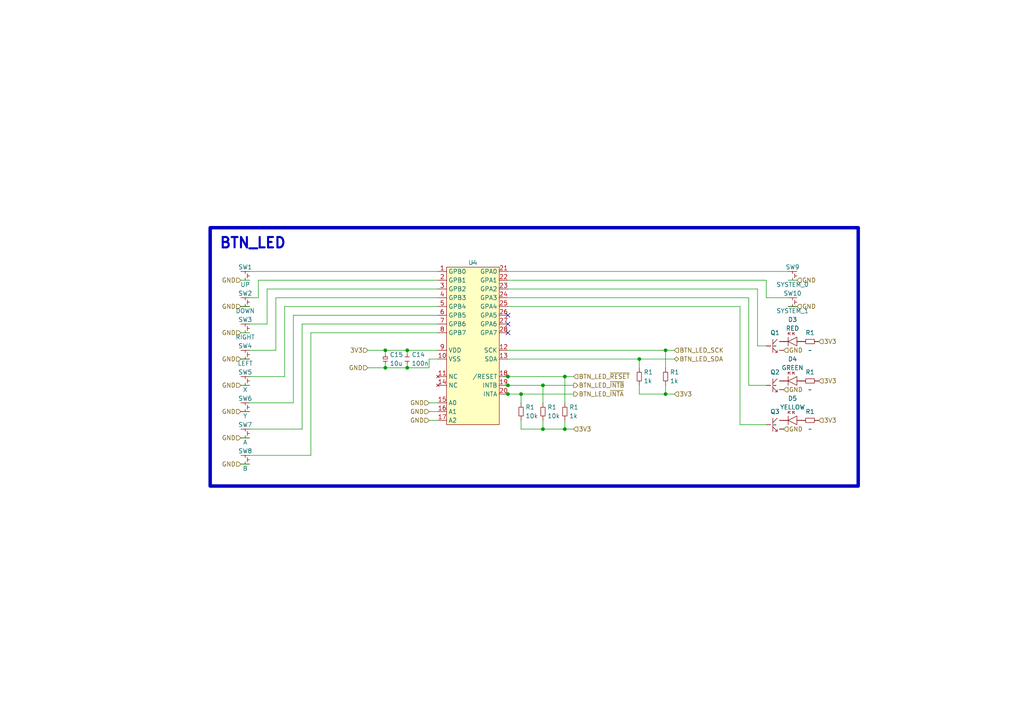
<source format=kicad_sch>
(kicad_sch (version 20230121) (generator eeschema)
  (paper "A4")
  (lib_symbols
    (symbol "a5d27_handheld_console:C_Ceramic_2012" (pin_numbers hide) (pin_names (offset 0) hide)
      (property "Reference" "C" (at 0 1.27 0))
      (symbol "C_Ceramic_2012_0_1"
        (polyline (pts (xy -0.635 0.635) (xy -0.635 -0.635)))
        (polyline (pts (xy 0.635 0.635) (xy 0.635 -0.635)))
      )
      (symbol "C_Ceramic_2012_1_1"
        (pin passive line (at -1.27 0 0) (length 0.635) (name "") (number "1"))
        (pin passive line (at 1.27 0 180) (length 0.635) (name "") (number "2"))
      )
    )
    (symbol "a5d27_handheld_console:C_Tantalum_3216" (pin_numbers hide) (pin_names (offset 0) hide)
      (property "Reference" "C" (at 0 1.905 0))
      (symbol "C_Tantalum_3216_0_1"
        (polyline (pts (xy 0.635 0.635) (xy 0.635 -0.635)))
        (polyline (pts (xy -0.635 0.635) (xy -0.635 -0.635) (xy 0 -0.635) (xy 0 0.635) (xy -0.635 0.635)))
      )
      (symbol "C_Tantalum_3216_1_1"
        (pin passive line (at -1.27 0 0) (length 0.635) (name "") (number "1"))
        (pin passive line (at 1.27 0 180) (length 0.635) (name "") (number "2"))
      )
    )
    (symbol "a5d27_handheld_console:LED_2012" (pin_numbers hide) (pin_names hide)
      (property "Reference" "D" (at 0 3.81 0))
      (symbol "LED_2012_0_1"
        (polyline (pts (xy 0 2.54) (xy -0.635 2.54)))
        (polyline (pts (xy 1.27 1.27) (xy 1.27 -1.27)))
        (polyline (pts (xy 1.27 2.54) (xy 0.635 2.54)))
        (polyline (pts (xy -0.635 1.905) (xy 0 2.54) (xy 0 1.905)))
        (polyline (pts (xy 0.635 1.905) (xy 1.27 2.54) (xy 1.27 1.905)))
        (polyline (pts (xy -1.27 1.27) (xy -1.27 -1.27) (xy 1.27 0) (xy -1.27 1.27)))
      )
      (symbol "LED_2012_1_1"
        (pin passive line (at -2.54 0 0) (length 1.27) (name "") (number "1"))
        (pin passive line (at 2.54 0 180) (length 1.27) (name "") (number "2"))
      )
    )
    (symbol "a5d27_handheld_console:MCP23017-E/SO"
      (property "Reference" "U" (at 0 24.13 0))
      (symbol "MCP23017-E/SO_1_1"
        (rectangle (start -7.62 22.86) (end 7.62 -22.86) (fill (type background)))
        (pin bidirectional line (at -10.16 21.59 0) (length 2.54) (name "GPB0") (number "1"))
        (pin power_in line (at -10.16 -3.81 0) (length 2.54) (name "VSS") (number "10"))
        (pin no_connect line (at -10.16 -8.89 0) (length 2.54) (name "NC") (number "11"))
        (pin input line (at 10.16 -1.27 180) (length 2.54) (name "SCK") (number "12"))
        (pin bidirectional line (at 10.16 -3.81 180) (length 2.54) (name "SDA") (number "13"))
        (pin no_connect line (at -10.16 -11.43 0) (length 2.54) (name "NC") (number "14"))
        (pin input line (at -10.16 -16.51 0) (length 2.54) (name "A0") (number "15"))
        (pin input line (at -10.16 -19.05 0) (length 2.54) (name "A1") (number "16"))
        (pin input line (at -10.16 -21.59 0) (length 2.54) (name "A2") (number "17"))
        (pin input line (at 10.16 -8.89 180) (length 2.54) (name "/RESET") (number "18"))
        (pin output line (at 10.16 -11.43 180) (length 2.54) (name "INTB") (number "19"))
        (pin bidirectional line (at -10.16 19.05 0) (length 2.54) (name "GPB1") (number "2"))
        (pin output line (at 10.16 -13.97 180) (length 2.54) (name "INTA") (number "20"))
        (pin bidirectional line (at 10.16 21.59 180) (length 2.54) (name "GPA0") (number "21"))
        (pin bidirectional line (at 10.16 19.05 180) (length 2.54) (name "GPA1") (number "22"))
        (pin bidirectional line (at 10.16 16.51 180) (length 2.54) (name "GPA2") (number "23"))
        (pin bidirectional line (at 10.16 13.97 180) (length 2.54) (name "GPA3") (number "24"))
        (pin bidirectional line (at 10.16 11.43 180) (length 2.54) (name "GPA4") (number "25"))
        (pin bidirectional line (at 10.16 8.89 180) (length 2.54) (name "GPA5") (number "26"))
        (pin bidirectional line (at 10.16 6.35 180) (length 2.54) (name "GPA6") (number "27"))
        (pin bidirectional line (at 10.16 3.81 180) (length 2.54) (name "GPA7") (number "28"))
        (pin bidirectional line (at -10.16 16.51 0) (length 2.54) (name "GPB2") (number "3"))
        (pin bidirectional line (at -10.16 13.97 0) (length 2.54) (name "GPB3") (number "4"))
        (pin bidirectional line (at -10.16 11.43 0) (length 2.54) (name "GPB4") (number "5"))
        (pin bidirectional line (at -10.16 8.89 0) (length 2.54) (name "GPB5") (number "6"))
        (pin bidirectional line (at -10.16 6.35 0) (length 2.54) (name "GPB6") (number "7"))
        (pin bidirectional line (at -10.16 3.81 0) (length 2.54) (name "GPB7") (number "8"))
        (pin power_in line (at -10.16 -1.27 0) (length 2.54) (name "VDD") (number "9"))
      )
    )
    (symbol "a5d27_handheld_console:MMBT3904" (pin_numbers hide) (pin_names hide)
      (property "Reference" "Q" (at 0 3.175 0))
      (symbol "MMBT3904_0_1"
        (polyline (pts (xy -0.635 1.905) (xy -0.635 -1.905)))
        (polyline (pts (xy 0.635 -1.905) (xy 0 -1.905)))
        (polyline (pts (xy 0.635 1.905) (xy -0.635 0.635)))
        (polyline (pts (xy -0.635 -0.635) (xy 0.635 -1.905) (xy 0.635 -1.27)))
      )
      (symbol "MMBT3904_1_1"
        (pin input line (at -2.54 0 0) (length 1.27) (name "B") (number "1"))
        (pin output line (at 2.54 -1.27 180) (length 1.27) (name "E") (number "2"))
        (pin input line (at 2.54 1.27 180) (length 1.27) (name "C") (number "3"))
      )
    )
    (symbol "a5d27_handheld_console:R_2012" (pin_numbers hide) (pin_names hide)
      (property "Reference" "R" (at 0 0.635 0))
      (symbol "R_2012_0_1"
        (polyline (pts (xy -1.27 -0.635) (xy -1.27 -1.905) (xy 1.27 -1.905) (xy 1.27 -0.635) (xy -1.27 -0.635)))
      )
      (symbol "R_2012_1_1"
        (pin passive line (at -2.54 -1.27 0) (length 1.27) (name "") (number "1"))
        (pin passive line (at 2.54 -1.27 180) (length 1.27) (name "") (number "2"))
      )
    )
    (symbol "a5d27_handheld_console:SWITCH" (pin_numbers hide) (pin_names (offset 0) hide)
      (property "Reference" "SW" (at 0 2.54 0))
      (symbol "SWITCH_0_1"
        (polyline (pts (xy 0 -0.635) (xy 0 -1.27)))
        (polyline (pts (xy 0 1.27) (xy 0 0.635)))
        (polyline (pts (xy 0.635 0.635) (xy 0.635 -0.635)))
        (polyline (pts (xy 1.27 0) (xy 0.635 0)))
      )
      (symbol "SWITCH_1_1"
        (pin passive line (at -1.27 1.27 0) (length 1.27) (name "") (number "1"))
        (pin passive line (at 1.27 1.27 180) (length 1.27) (name "") (number "2"))
        (pin passive line (at -1.27 -1.27 0) (length 1.27) (name "") (number "3"))
        (pin passive line (at 1.27 -1.27 180) (length 1.27) (name "") (number "4"))
      )
    )
  )
  (junction (at 147.32 109.22))
  (junction (at 163.83 124.46))
  (junction (at 185.42 104.14))
  (junction (at 151.13 114.3))
  (junction (at 193.04 114.3))
  (junction (at 147.32 111.76))
  (junction (at 163.83 109.22))
  (junction (at 111.76 101.6))
  (junction (at 193.04 101.6))
  (junction (at 147.32 114.3))
  (junction (at 118.11 101.6))
  (junction (at 157.48 111.76))
  (junction (at 157.48 124.46))
  (junction (at 118.11 106.68))
  (junction (at 111.76 106.68))
  (no_connect (at 147.32 93.98))
  (no_connect (at 147.32 96.52))
  (no_connect (at 147.32 91.44))
  (wire (pts (xy 222.25 123.19) (xy 214.63 123.19)))
  (wire (pts (xy 185.42 104.14) (xy 195.58 104.14)))
  (wire (pts (xy 147.32 81.28) (xy 222.25 81.28)))
  (wire (pts (xy 222.25 111.76) (xy 217.17 111.76)))
  (wire (pts (xy 69.85 111.76) (xy 72.39 111.76)))
  (wire (pts (xy 87.63 93.98) (xy 87.63 124.46)))
  (wire (pts (xy 111.76 106.68) (xy 118.11 106.68)))
  (wire (pts (xy 157.48 111.76) (xy 157.48 116.84)))
  (wire (pts (xy 85.09 91.44) (xy 127 91.44)))
  (wire (pts (xy 124.46 119.38) (xy 127 119.38)))
  (wire (pts (xy 185.42 104.14) (xy 185.42 106.68)))
  (wire (pts (xy 118.11 101.6) (xy 118.11 102.87)))
  (wire (pts (xy 214.63 88.9) (xy 214.63 123.19)))
  (wire (pts (xy 228.6 86.36) (xy 222.25 86.36)))
  (wire (pts (xy 151.13 124.46) (xy 157.48 124.46)))
  (wire (pts (xy 69.85 134.62) (xy 72.39 134.62)))
  (wire (pts (xy 222.25 81.28) (xy 222.25 86.36)))
  (wire (pts (xy 147.32 101.6) (xy 193.04 101.6)))
  (wire (pts (xy 151.13 114.3) (xy 166.37 114.3)))
  (wire (pts (xy 111.76 101.6) (xy 111.76 102.87)))
  (wire (pts (xy 90.17 96.52) (xy 90.17 132.08)))
  (wire (pts (xy 146.05 114.3) (xy 147.32 114.3)))
  (wire (pts (xy 193.04 101.6) (xy 193.04 106.68)))
  (wire (pts (xy 228.6 88.9) (xy 231.14 88.9)))
  (wire (pts (xy 82.55 88.9) (xy 127 88.9)))
  (wire (pts (xy 147.32 86.36) (xy 217.17 86.36)))
  (wire (pts (xy 147.32 83.82) (xy 219.71 83.82)))
  (wire (pts (xy 72.39 132.08) (xy 90.17 132.08)))
  (wire (pts (xy 157.48 124.46) (xy 163.83 124.46)))
  (wire (pts (xy 193.04 111.76) (xy 193.04 114.3)))
  (wire (pts (xy 147.32 109.22) (xy 163.83 109.22)))
  (wire (pts (xy 72.39 78.74) (xy 127 78.74)))
  (wire (pts (xy 106.68 106.68) (xy 111.76 106.68)))
  (wire (pts (xy 124.46 116.84) (xy 127 116.84)))
  (wire (pts (xy 72.39 109.22) (xy 82.55 109.22)))
  (wire (pts (xy 193.04 101.6) (xy 195.58 101.6)))
  (wire (pts (xy 69.85 88.9) (xy 72.39 88.9)))
  (wire (pts (xy 163.83 109.22) (xy 166.37 109.22)))
  (wire (pts (xy 147.32 114.3) (xy 151.13 114.3)))
  (wire (pts (xy 77.47 83.82) (xy 127 83.82)))
  (wire (pts (xy 111.76 101.6) (xy 118.11 101.6)))
  (wire (pts (xy 146.05 109.22) (xy 147.32 109.22)))
  (wire (pts (xy 72.39 93.98) (xy 77.47 93.98)))
  (wire (pts (xy 72.39 116.84) (xy 85.09 116.84)))
  (wire (pts (xy 157.48 111.76) (xy 166.37 111.76)))
  (wire (pts (xy 222.25 100.33) (xy 219.71 100.33)))
  (wire (pts (xy 85.09 91.44) (xy 85.09 116.84)))
  (wire (pts (xy 111.76 105.41) (xy 111.76 106.68)))
  (wire (pts (xy 219.71 83.82) (xy 219.71 100.33)))
  (wire (pts (xy 69.85 119.38) (xy 72.39 119.38)))
  (wire (pts (xy 72.39 124.46) (xy 87.63 124.46)))
  (wire (pts (xy 69.85 96.52) (xy 72.39 96.52)))
  (wire (pts (xy 118.11 106.68) (xy 124.46 106.68)))
  (wire (pts (xy 124.46 121.92) (xy 127 121.92)))
  (wire (pts (xy 69.85 81.28) (xy 72.39 81.28)))
  (wire (pts (xy 146.05 111.76) (xy 147.32 111.76)))
  (wire (pts (xy 151.13 124.46) (xy 151.13 121.92)))
  (wire (pts (xy 69.85 104.14) (xy 72.39 104.14)))
  (wire (pts (xy 147.32 111.76) (xy 157.48 111.76)))
  (wire (pts (xy 163.83 124.46) (xy 166.37 124.46)))
  (wire (pts (xy 80.01 86.36) (xy 127 86.36)))
  (wire (pts (xy 80.01 101.6) (xy 72.39 101.6)))
  (wire (pts (xy 87.63 93.98) (xy 127 93.98)))
  (wire (pts (xy 77.47 93.98) (xy 77.47 83.82)))
  (wire (pts (xy 185.42 114.3) (xy 193.04 114.3)))
  (wire (pts (xy 147.32 88.9) (xy 214.63 88.9)))
  (wire (pts (xy 69.85 127) (xy 72.39 127)))
  (wire (pts (xy 163.83 121.92) (xy 163.83 124.46)))
  (wire (pts (xy 124.46 106.68) (xy 124.46 104.14)))
  (wire (pts (xy 82.55 88.9) (xy 82.55 109.22)))
  (wire (pts (xy 74.93 81.28) (xy 74.93 86.36)))
  (wire (pts (xy 147.32 104.14) (xy 185.42 104.14)))
  (wire (pts (xy 193.04 114.3) (xy 195.58 114.3)))
  (wire (pts (xy 157.48 124.46) (xy 157.48 121.92)))
  (wire (pts (xy 90.17 96.52) (xy 127 96.52)))
  (wire (pts (xy 106.68 101.6) (xy 111.76 101.6)))
  (wire (pts (xy 217.17 86.36) (xy 217.17 111.76)))
  (wire (pts (xy 80.01 86.36) (xy 80.01 101.6)))
  (wire (pts (xy 228.6 81.28) (xy 231.14 81.28)))
  (wire (pts (xy 118.11 101.6) (xy 127 101.6)))
  (wire (pts (xy 74.93 81.28) (xy 127 81.28)))
  (wire (pts (xy 185.42 111.76) (xy 185.42 114.3)))
  (wire (pts (xy 74.93 86.36) (xy 72.39 86.36)))
  (wire (pts (xy 124.46 104.14) (xy 127 104.14)))
  (wire (pts (xy 151.13 114.3) (xy 151.13 116.84)))
  (wire (pts (xy 147.32 78.74) (xy 228.6 78.74)))
  (wire (pts (xy 163.83 109.22) (xy 163.83 116.84)))
  (wire (pts (xy 118.11 105.41) (xy 118.11 106.68)))
  (rectangle (start 60.96 66.04) (end 248.92 140.97) (stroke (width 1)))
  (text "BTN_LED" (at 63.5 72.39 0) (effects (font (size 3 3) (thickness 0.6) bold) (justify left bottom)))
  (hierarchical_label "GND" (shape input) (at 69.85 111.76 180))
  (hierarchical_label "3V3" (shape input) (at 237.49 121.92 0))
  (hierarchical_label "BTN_LED_SDA" (shape bidirectional) (at 195.58 104.14 0))
  (hierarchical_label "GND" (shape input) (at 69.85 88.9 180))
  (hierarchical_label "GND" (shape input) (at 227.33 124.46 0))
  (hierarchical_label "GND" (shape input) (at 227.33 101.6 0))
  (hierarchical_label "3V3" (shape input) (at 166.37 124.46 0))
  (hierarchical_label "GND" (shape input) (at 227.33 113.03 0))
  (hierarchical_label "GND" (shape input) (at 231.14 88.9 0))
  (hierarchical_label "3V3" (shape input) (at 195.58 114.3 0))
  (hierarchical_label "GND" (shape input) (at 69.85 81.28 180))
  (hierarchical_label "BTN_LED_~{INTA}" (shape output) (at 166.37 114.3 0))
  (hierarchical_label "3V3" (shape input) (at 237.49 99.06 0))
  (hierarchical_label "3V3" (shape input) (at 106.68 101.6 180))
  (hierarchical_label "GND" (shape input) (at 124.46 119.38 180))
  (hierarchical_label "BTN_LED_~{RESET}" (shape input) (at 166.37 109.22 0))
  (hierarchical_label "GND" (shape input) (at 69.85 134.62 180))
  (hierarchical_label "GND" (shape input) (at 124.46 121.92 180))
  (hierarchical_label "GND" (shape input) (at 124.46 116.84 180))
  (hierarchical_label "GND" (shape input) (at 69.85 119.38 180))
  (hierarchical_label "BTN_LED_~{INTB}" (shape output) (at 166.37 111.76 0))
  (hierarchical_label "GND" (shape input) (at 69.85 96.52 180))
  (hierarchical_label "GND" (shape input) (at 69.85 104.14 180))
  (hierarchical_label "BTN_LED_SCK" (shape input) (at 195.58 101.6 0))
  (hierarchical_label "3V3" (shape input) (at 237.49 110.49 0))
  (hierarchical_label "GND" (shape input) (at 106.68 106.68 180))
  (hierarchical_label "GND" (shape input) (at 69.85 127 180))
  (hierarchical_label "GND" (shape input) (at 231.14 81.28 0))
  (symbol (lib_id "a5d27_handheld_console:R_2012") (at 234.95 100.33 180) (unit 1)
    (property "Reference" "R1" (at 234.95 96.52 0))
    (property "Value" "~" (at 234.95 101.6 0))
    (property "Footprint" "a5d27_handheld_console:R_2012" (effects hide))
    (instances (project "a5d27_handheld_console_pcb" (path "" (reference "R1") (unit 1)) (path "" (reference "R5") (unit 1)) (path "" (reference "R7") (unit 1))))
  )
  (symbol (lib_id "a5d27_handheld_console:R_2012") (at 158.75 119.38 270) (unit 1)
    (property "Reference" "R1" (at 158.75 118.11 90) (effects (justify left)))
    (property "Value" "10k" (at 158.75 120.65 90) (effects (justify left)))
    (property "Footprint" "a5d27_handheld_console:R_2012" (effects hide))
    (instances (project "a5d27_handheld_console_pcb" (path "" (reference "R1") (unit 1)) (path "" (reference "R5") (unit 1)) (path "" (reference "R13") (unit 1))))
  )
  (symbol (lib_id "a5d27_handheld_console:SWITCH") (at 71.12 102.87 0) (unit 1)
    (property "Reference" "SW4" (at 71.12 100.33 0))
    (property "Value" "LEFT" (at 71.12 105.41 0))
    (property "Footprint" "a5d27_handheld_console:SWITCH" (effects hide))
  )
  (symbol (lib_id "a5d27_handheld_console:SWITCH") (at 71.12 80.01 0) (unit 1)
    (property "Reference" "SW1" (at 71.12 77.47 0))
    (property "Value" "UP" (at 71.12 82.55 0))
    (property "Footprint" "a5d27_handheld_console:SWITCH" (effects hide))
  )
  (symbol (lib_id "a5d27_handheld_console:R_2012") (at 165.1 119.38 270) (unit 1)
    (property "Reference" "R1" (at 165.1 118.11 90) (effects (justify left)))
    (property "Value" "1k" (at 165.1 120.65 90) (effects (justify left)))
    (property "Footprint" "a5d27_handheld_console:R_2012" (effects hide))
    (instances (project "a5d27_handheld_console_pcb" (path "" (reference "R1") (unit 1)) (path "" (reference "R5") (unit 1)) (path "" (reference "R12") (unit 1))))
  )
  (symbol (lib_id "a5d27_handheld_console:SWITCH") (at 71.12 118.11 0) (unit 1)
    (property "Reference" "SW6" (at 71.12 115.57 0))
    (property "Value" "Y" (at 71.12 120.65 0))
    (property "Footprint" "a5d27_handheld_console:SWITCH" (effects hide))
  )
  (symbol (lib_id "a5d27_handheld_console:R_2012") (at 194.31 109.22 270) (unit 1)
    (property "Reference" "R1" (at 194.31 107.95 90) (effects (justify left)))
    (property "Value" "1k" (at 194.31 110.49 90) (effects (justify left)))
    (property "Footprint" "a5d27_handheld_console:R_2012" (effects hide))
    (instances (project "a5d27_handheld_console_pcb" (path "" (reference "R1") (unit 1)) (path "" (reference "R5") (unit 1)) (path "" (reference "R10") (unit 1))))
  )
  (symbol (lib_id "a5d27_handheld_console:SWITCH") (at 229.87 80.01 0) (unit 1)
    (property "Reference" "SW9" (at 229.87 77.47 0))
    (property "Value" "SYSTEM_0" (at 229.87 82.55 0))
    (property "Footprint" "a5d27_handheld_console:SWITCH" (effects hide))
  )
  (symbol (lib_id "a5d27_handheld_console:SWITCH") (at 71.12 110.49 0) (unit 1)
    (property "Reference" "SW5" (at 71.12 107.95 0))
    (property "Value" "X" (at 71.12 113.03 0))
    (property "Footprint" "a5d27_handheld_console:SWITCH" (effects hide))
  )
  (symbol (lib_id "a5d27_handheld_console:SWITCH") (at 71.12 125.73 0) (unit 1)
    (property "Reference" "SW7" (at 71.12 123.19 0))
    (property "Value" "A" (at 71.12 128.27 0))
    (property "Footprint" "a5d27_handheld_console:SWITCH" (effects hide))
  )
  (symbol (lib_id "a5d27_handheld_console:MCP23017-E/SO") (at 137.16 100.33 0) (unit 1)
    (property "Reference" "U4" (at 137.16 76.2 0))
    (property "Value" "~" (at 137.16 76.2 0))
    (property "Footprint" "a5d27_handheld_console:MCP23017-ESO" (effects hide))
  )
  (symbol (lib_id "a5d27_handheld_console:MMBT3904") (at 224.79 123.19 0) (unit 1)
    (property "Reference" "Q3" (at 224.79 119.38 0))
    (property "Value" "~" (at 224.79 123.19 0))
    (property "Footprint" "a5d27_handheld_console:MMBT3904" (effects hide))
  )
  (symbol (lib_id "a5d27_handheld_console:LED_2012") (at 229.87 121.92 0) (mirror y) (unit 1)
    (property "Reference" "D5" (at 229.87 115.57 0))
    (property "Value" "YELLOW" (at 229.87 118.11 0))
    (property "Footprint" "a5d27_handheld_console:LED_2012" (effects hide))
  )
  (symbol (lib_id "a5d27_handheld_console:LED_2012") (at 229.87 99.06 0) (mirror y) (unit 1)
    (property "Reference" "D3" (at 229.87 92.71 0))
    (property "Value" "RED" (at 229.87 95.25 0))
    (property "Footprint" "a5d27_handheld_console:LED_2012" (effects hide))
  )
  (symbol (lib_id "a5d27_handheld_console:R_2012") (at 152.4 119.38 270) (unit 1)
    (property "Reference" "R1" (at 152.4 118.11 90) (effects (justify left)))
    (property "Value" "10k" (at 152.4 120.65 90) (effects (justify left)))
    (property "Footprint" "a5d27_handheld_console:R_2012" (effects hide))
    (instances (project "a5d27_handheld_console_pcb" (path "" (reference "R1") (unit 1)) (path "" (reference "R5") (unit 1)) (path "" (reference "R14") (unit 1))))
  )
  (symbol (lib_id "a5d27_handheld_console:SWITCH") (at 71.12 133.35 0) (unit 1)
    (property "Reference" "SW8" (at 71.12 130.81 0))
    (property "Value" "B" (at 71.12 135.89 0))
    (property "Footprint" "a5d27_handheld_console:SWITCH" (effects hide))
  )
  (symbol (lib_id "a5d27_handheld_console:SWITCH") (at 229.87 87.63 0) (unit 1)
    (property "Reference" "SW10" (at 229.87 85.09 0))
    (property "Value" "SYSTEM_1" (at 229.87 90.17 0))
    (property "Footprint" "a5d27_handheld_console:SWITCH" (effects hide))
  )
  (symbol (lib_id "a5d27_handheld_console:C_Ceramic_2012") (at 118.11 104.14 90) (unit 1)
    (property "Reference" "C14" (at 119.38 102.87 90) (effects (justify right)))
    (property "Value" "100n" (at 119.38 105.41 90) (effects (justify right)))
    (property "Footprint" "a5d27_handheld_console:C_Ceramic_2012" (effects hide))
    (instances (project "a5d27_handheld_console_pcb" (path "" (reference "C14") (unit 1)) (path "" (reference "C19") (unit 1))))
  )
  (symbol (lib_id "a5d27_handheld_console:SWITCH") (at 71.12 87.63 0) (unit 1)
    (property "Reference" "SW2" (at 71.12 85.09 0))
    (property "Value" "DOWN" (at 71.12 90.17 0))
    (property "Footprint" "a5d27_handheld_console:SWITCH" (effects hide))
  )
  (symbol (lib_id "a5d27_handheld_console:R_2012") (at 234.95 111.76 180) (unit 1)
    (property "Reference" "R1" (at 234.95 107.95 0))
    (property "Value" "~" (at 234.95 113.03 0))
    (property "Footprint" "a5d27_handheld_console:R_2012" (effects hide))
    (instances (project "a5d27_handheld_console_pcb" (path "" (reference "R1") (unit 1)) (path "" (reference "R5") (unit 1)) (path "" (reference "R8") (unit 1))))
  )
  (symbol (lib_id "a5d27_handheld_console:LED_2012") (at 229.87 110.49 0) (mirror y) (unit 1)
    (property "Reference" "D4" (at 229.87 104.14 0))
    (property "Value" "GREEN" (at 229.87 106.68 0))
    (property "Footprint" "a5d27_handheld_console:LED_2012" (effects hide))
  )
  (symbol (lib_id "a5d27_handheld_console:C_Tantalum_3216") (at 111.76 104.14 270) (unit 1)
    (property "Reference" "C15" (at 113.03 102.87 90) (effects (justify left)))
    (property "Value" "10u" (at 113.03 105.41 90) (effects (justify left)))
    (property "Footprint" "a5d27_handheld_console:C_Tantalum_3216" (effects hide))
    (instances (project "a5d27_handheld_console_pcb" (path "" (reference "C15") (unit 1)) (path "" (reference "C18") (unit 1))))
  )
  (symbol (lib_id "a5d27_handheld_console:MMBT3904") (at 224.79 111.76 0) (unit 1)
    (property "Reference" "Q2" (at 224.79 107.95 0))
    (property "Value" "~" (at 224.79 111.76 0))
    (property "Footprint" "a5d27_handheld_console:MMBT3904" (effects hide))
  )
  (symbol (lib_id "a5d27_handheld_console:R_2012") (at 234.95 123.19 180) (unit 1)
    (property "Reference" "R1" (at 234.95 119.38 0))
    (property "Value" "~" (at 234.95 124.46 0))
    (property "Footprint" "a5d27_handheld_console:R_2012" (effects hide))
    (instances (project "a5d27_handheld_console_pcb" (path "" (reference "R1") (unit 1)) (path "" (reference "R5") (unit 1)) (path "" (reference "R9") (unit 1))))
  )
  (symbol (lib_id "a5d27_handheld_console:R_2012") (at 186.69 109.22 270) (unit 1)
    (property "Reference" "R1" (at 186.69 107.95 90) (effects (justify left)))
    (property "Value" "1k" (at 186.69 110.49 90) (effects (justify left)))
    (property "Footprint" "a5d27_handheld_console:R_2012" (effects hide))
    (instances (project "a5d27_handheld_console_pcb" (path "" (reference "R1") (unit 1)) (path "" (reference "R5") (unit 1)) (path "" (reference "R11") (unit 1))))
  )
  (symbol (lib_id "a5d27_handheld_console:SWITCH") (at 71.12 95.25 0) (unit 1)
    (property "Reference" "SW3" (at 71.12 92.71 0))
    (property "Value" "RIGHT" (at 71.12 97.79 0))
    (property "Footprint" "a5d27_handheld_console:SWITCH" (effects hide))
  )
  (symbol (lib_id "a5d27_handheld_console:MMBT3904") (at 224.79 100.33 0) (unit 1)
    (property "Reference" "Q1" (at 224.79 96.52 0))
    (property "Value" "~" (at 224.79 100.33 0))
    (property "Footprint" "a5d27_handheld_console:MMBT3904" (effects hide))
  )
)
</source>
